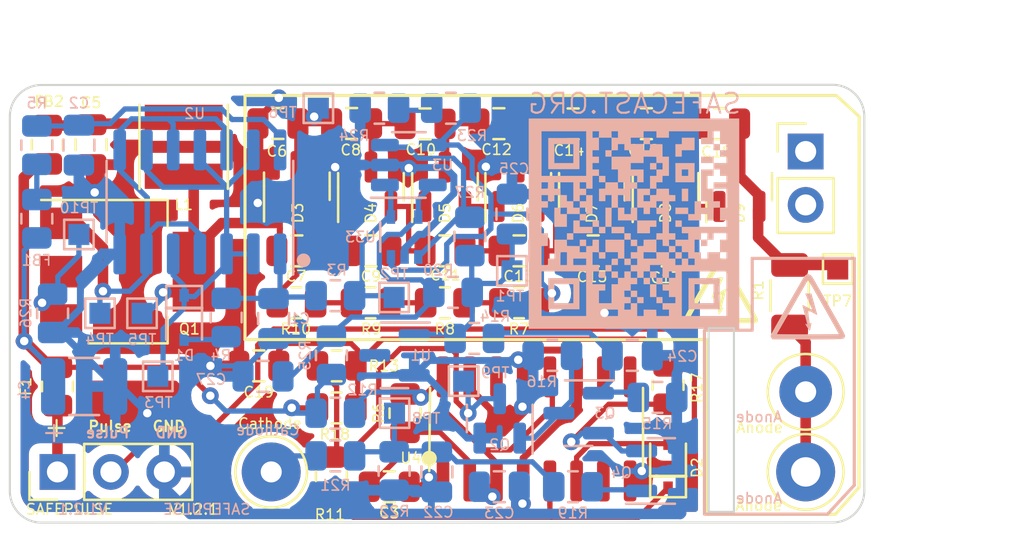
<source format=kicad_pcb>
(kicad_pcb (version 20210228) (generator pcbnew)
  (title_block (title "SafePulse High Voltage Geiger Muller Power Supply") (date "2021-05-11") (rev "V1.2.1d"))
  (layers (0 "F.Cu" signal) (1 "In1.Cu" signal) (2 "In2.Cu" signal) (31 "B.Cu" signal) (34 "B.Paste" user) (35 "F.Paste" user) (36 "B.SilkS" user "B.Silkscreen") (37 "F.SilkS" user "F.Silkscreen") (38 "B.Mask" user) (39 "F.Mask" user) (44 "Edge.Cuts" user))
  (net 0 "")
  (net 1 "Net-(C1-Pad1)")
  (net 2 "Net-(C3-Pad1)")
  (net 3 "GND")
  (net 4 "Net-(C5-Pad1)")
  (net 5 "Net-(C7-Pad1)")
  (net 6 "Net-(C7-Pad2)")
  (net 7 "Net-(C24-Pad1)")
  (net 8 "+3V3")
  (net 9 "Net-(Q2-Pad3)")
  (net 10 "Net-(Q2-Pad1)")
  (net 11 "Net-(C2-Pad1)")
  (net 12 "Net-(D1-Pad1)")
  (net 13 "+1V2")
  (net 14 "Net-(Q1-Pad1)")
  (net 15 "Net-(D1-Pad2)")
  (net 16 "Net-(D2-Pad1)")
  (net 17 "Net-(C22-Pad1)")
  (net 18 "Net-(FB1-Pad2)")
  (net 19 "Net-(H1-Pad1)")
  (net 20 "Net-(H2-Pad1)")
  (net 21 "Net-(R8-Pad2)")
  (net 22 "Net-(C19-Pad1)")
  (net 23 "Net-(D2-Pad2)")
  (net 24 "Net-(F1-Pad1)")
  (net 25 "Net-(R10-Pad2)")
  (net 26 "Net-(C23-Pad1)")
  (net 34 "Net-(Q3-Pad2)")
  (net 35 "Net-(Q4-Pad1)")
  (net 36 "Net-(R7-Pad2)")
  (net 37 "Net-(C27-Pad1)")
  (net 38 "Net-(Q1-Pad3)")
  (net 39 "Net-(R3-Pad2)")
  (net 40 "Net-(C6-Pad2)")
  (net 41 "Net-(C10-Pad1)")
  (net 42 "Net-(C11-Pad1)")
  (net 43 "Net-(C10-Pad2)")
  (net 44 "Net-(C11-Pad2)")
  (net 45 "Net-(C12-Pad2)")
  (net 46 "Net-(C13-Pad2)")
  (net 47 "Net-(C14-Pad2)")
  (net 48 "Net-(C15-Pad2)")
  (net 49 "Net-(C16-Pad2)")
  (net 50 "Net-(C17-Pad2)")
  (net 51 "Net-(C18-Pad2)")
  (net 52 "Net-(R7-Pad1)")
  (net 53 "Net-(R24-Pad1)")
  (net 54 "Net-(R27-Pad2)")
  (footprint "Capacitor_SMD:C_0805_2012Metric" (layer "F.Cu") (at 146.918666 65.05)
    (fp_text reference "C11")
    (fp_text value "0.1uF" hide)
  )
  (footprint "Resistor_SMD:R_0805_2012Metric" (layer "F.Cu") (at 128.5 71.501 90)
    (fp_text reference "F1")
    (fp_text value "Polyfuse" hide)
  )
  (footprint "Connector_PinHeader_2.54mm:PinHeader_1x02_P2.54mm_Vertical" (layer "F.Cu") (at 164.06 60.325)
    (fp_text reference "two_pinheader1" hide)
    (fp_text value "Conn_01x03_Male" hide)
  )
  (footprint "Capacitor_SMD:C_0805_2012Metric" (layer "F.Cu") (at 143.398333 65.05)
    (fp_text reference "C9")
    (fp_text value "0.1uF" hide)
  )
  (footprint "TestPoint:TestPoint_Loop_D3.50mm_Drill1.4mm_Beaded" (layer "F.Cu") (at 164.06 71.755 90)
    (fp_text reference "H2" hide)
    (fp_text value "Anode")
  )
  (footprint "TestPoint:TestPoint_Loop_D3.50mm_Drill1.4mm_Beaded" (layer "F.Cu") (at 164.06 75.565)
    (fp_text reference "H4" hide)
    (fp_text value "Anode")
  )
  (footprint "Package_TO_SOT_SMD:SOT-23" (layer "F.Cu") (at 157.4 62 90)
    (fp_text reference "D8")
    (fp_text value "BAV23S" hide)
  )
  (footprint "Package_TO_SOT_SMD:SOT-23" (layer "F.Cu") (at 143.4 62 90)
    (fp_text reference "D4")
    (fp_text value "BAV23S" hide)
  )
  (footprint "Capacitor_SMD:C_0805_2012Metric" (layer "F.Cu") (at 149.48 59)
    (fp_text reference "C12")
    (fp_text value "0.1uF" hide)
  )
  (footprint "Capacitor_SMD:C_0805_2012Metric" (layer "F.Cu") (at 150.438999 65.05)
    (fp_text reference "C13")
    (fp_text value "0.1uF" hide)
  )
  (footprint "Resistor_SMD:R_0805_2012Metric" (layer "F.Cu") (at 157.52 71.4325 -90)
    (fp_text reference "R17")
    (fp_text value "499k" hide)
  )
  (footprint "Capacitor_SMD:C_0805_2012Metric" (layer "F.Cu") (at 145.97 59.01)
    (fp_text reference "C10")
    (fp_text value "0.1uF" hide)
  )
  (footprint "Package_TO_SOT_SMD:SOT-23" (layer "F.Cu") (at 139.878 61.976 90)
    (fp_text reference "D3")
    (fp_text value "BAV23S" hide)
  )
  (footprint "Resistor_SMD:R_0805_2012Metric" (layer "F.Cu") (at 146.911998 67.52 180)
    (fp_text reference "R8")
    (fp_text value "22M" hide)
  )
  (footprint "Resistor_SMD:R_0805_2012Metric" (layer "F.Cu") (at 128.02 60 90)
    (fp_text reference "FB2")
    (fp_text value "74279220321" hide)
  )
  (footprint "Resistor_SMD:R_0805_2012Metric" (layer "F.Cu") (at 150.438999 67.52 180)
    (fp_text reference "R7")
    (fp_text value "22M" hide)
  )
  (footprint "Resistor_SMD:R_0805_2012Metric" (layer "F.Cu") (at 145.02 72.77 -90)
    (fp_text reference "R6")
    (fp_text value "121k" hide)
  )
  (footprint "Capacitor_SMD:C_0805_2012Metric" (layer "F.Cu") (at 153.959332 65.05)
    (fp_text reference "C15")
    (fp_text value "0.1uF" hide)
  )
  (footprint "Package_TO_SOT_SMD:SOT-23" (layer "F.Cu") (at 150.4 62 90)
    (fp_text reference "D6")
    (fp_text value "BAV23S" hide)
  )
  (footprint "TestPoint:TestPoint_Loop_D2.60mm_Drill1.4mm_Beaded" (layer "F.Cu") (at 138.66 75.565)
    (fp_text reference "H1" hide)
    (fp_text value "Cathode")
  )
  (footprint "Package_TO_SOT_SMD:SOT-23" (layer "F.Cu") (at 153.9 62 90)
    (fp_text reference "D7")
    (fp_text value "BAV23S" hide)
  )
  (footprint "Capacitor_SMD:C_0805_2012Metric" (layer "F.Cu") (at 138.98 58.99)
    (fp_text reference "C6")
    (fp_text value "0.1uF" hide)
  )
  (footprint "Capacitor_SMD:C_0805_2012Metric" (layer "F.Cu") (at 130.1 60 -90)
    (fp_text reference "C5")
    (fp_text value "10uF" hide)
  )
  (footprint "Connector_PinHeader_2.54mm:PinHeader_1x03_P2.54mm_Vertical" (layer "F.Cu") (at 128.5 75.565 90)
    (fp_text reference "J1" hide)
    (fp_text value "Conn_01x03_Male" hide)
  )
  (footprint "Symbol:HV warning" (layer "F.Cu") (at 159.996 66.929)
    (fp_text reference "G3" hide)
    (fp_text value "LOGO" hide)
  )
  (footprint "Resistor_SMD:R_1206_3216Metric" (layer "F.Cu") (at 163.298 67.183 -90)
    (fp_text reference "R1")
    (fp_text value "4.7M" hide)
  )
  (footprint "Capacitor_SMD:C_0805_2012Metric" (layer "F.Cu") (at 157.479665 65.05)
    (fp_text reference "C17")
    (fp_text value "0.1uF" hide)
  )
  (footprint "Resistor_SMD:R_0805_2012Metric" (layer "F.Cu") (at 141.77 72.52 180)
    (fp_text reference "R18")
    (fp_text value "1k" hide)
  )
  (footprint "Capacitor_SMD:C_0805_2012Metric" (layer "F.Cu") (at 139.878 65.05)
    (fp_text reference "C7")
    (fp_text value "0.1uF" hide)
  )
  (footprint "Capacitor_SMD:C_0805_2012Metric" (layer "F.Cu") (at 153.01 59.01)
    (fp_text reference "C14")
    (fp_text value "0.1uF" hide)
  )
  (footprint "Inductor_SMD:L_Taiyo-Yuden_MD-4040" (layer "F.Cu") (at 134.5 60.1 -90)
    (fp_text reference "L1")
    (fp_text value "4.7uH" hide)
  )
  (footprint "Resistor_SMD:R_0805_2012Metric" (layer "F.Cu") (at 141.52 75.77 90)
    (fp_text reference "R11")
    (fp_text value "33k" hide)
  )
  (footprint "Resistor_SMD:R_0805_2012Metric" (layer "F.Cu") (at 139.858 67.52)
    (fp_text reference "R10")
    (fp_text value "22M" hide)
  )
  (footprint "Capacitor_SMD:C_0805_2012Metric" (layer "F.Cu") (at 159.97 59)
    (fp_text reference "C18")
    (fp_text value "0.1uF" hide)
  )
  (footprint "Resistor_SMD:R_0805_2012Metric" (layer "F.Cu") (at 143.384999 67.52 180)
    (fp_text reference "R9")
    (fp_text value "22M" hide)
  )
  (footprint "Resistor_SMD:R_0805_2012Metric" (layer "F.Cu") (at 141.77 70.52 180)
    (fp_text reference "R13")
    (fp_text value "100k" hide)
  )
  (footprint "Capacitor_SMD:C_0805_2012Metric" (layer "F.Cu") (at 156.49 59)
    (fp_text reference "C16")
    (fp_text value "0.1uF" hide)
  )
  (footprint "Symbol:QR_code_SafePulse" (layer "F.Cu") (at 155.9 63.755)
    (fp_text reference "G***" hide)
    (fp_text value "LOGO" hide)
  )
  (footprint "Package_SO:SOIC-16_3.9x9.9mm_P1.27mm" (layer "F.Cu") (at 151.27 73.52 90)
    (fp_text reference "U4")
    (fp_text value "CD14538BM" hide)
  )
  (footprint "Package_TO_SOT_SMD:SOT-223-3_TabPin4" (layer "F.Cu") (at 131.826 66.04)
    (fp_text reference "Q1")
    (fp_text value "FQT7N10L" hide)
  )
  (footprint "Package_TO_SOT_SMD:SOT-23" (layer "F.Cu") (at 160.9 62 90)
    (fp_text reference "D9")
    (fp_text value "BAV23S" hide)
  )
  (footprint "Diode_SMD:D_SOD-323" (layer "F.Cu") (at 157.52 75.27 90)
    (fp_text reference "D2")
    (fp_text value "BAS16J" hide)
  )
  (footprint "TestPoint:TestPoint_Pad_1.0x1.0mm" (layer "F.Cu") (at 165.584 65.913)
    (fp_text reference "TP7")
    (fp_text value "TestPoint" hide)
  )
  (footprint "Capacitor_SMD:C_0805_2012Metric" (layer "F.Cu") (at 138.07 70.52 180)
    (fp_text reference "C19")
    (fp_text value "10uF" hide)
  )
  (footprint "Capacitor_SMD:C_0805_2012Metric" (layer "F.Cu") (at 142.48 58.99)
    (fp_text reference "C8")
    (fp_text value "0.1uF" hide)
  )
  (footprint "Package_TO_SOT_SMD:SOT-23" (layer "F.Cu") (at 146.918666 62 90)
    (fp_text reference "D5")
    (fp_text value "BAV23S" hide)
  )
  (footprint "Capacitor_SMD:C_0805_2012Metric" (layer "F.Cu") (at 144.27 76.27)
    (fp_text reference "C3")
    (fp_text value "1nF" hide)
  )
  (footprint "TestPoint:TestPoint_Pad_1.0x1.0mm" (layer "B.Cu") (at 132.52 68.02 180)
    (fp_text reference "TP5")
    (fp_text value "TestPoint" hide)
  )
  (footprint "Resistor_SMD:R_0805_2012Metric" (layer "B.Cu") (at 141.708 74.803)
    (fp_text reference "R21")
    (fp_text value "47k" hide)
  )
  (footprint "TestPoint:TestPoint_Pad_1.0x1.0mm" (layer "B.Cu") (at 150.1 66 180)
    (fp_text reference "TP1")
    (fp_text value "TestPoint" hide)
  )
  (footprint "Resistor_SMD:R_0805_2012Metric" (layer "B.Cu") (at 141.708 72.771)
    (fp_text reference "R12")
    (fp_text value "100" hide)
  )
  (footprint "Package_TO_SOT_SMD:SOT-23" (layer "B.Cu") (at 153.27 72.77 180)
    (fp_text reference "Q3")
    (fp_text value "MMBT3906" hide)
  )
  (footprint "TestPoint:TestPoint_Pad_1.0x1.0mm" (layer "B.Cu") (at 140.9 58.265 180)
    (fp_text reference "TP6")
    (fp_text value "TestPoint" hide)
  )
  (footprint "Resistor_SMD:R_0805_2012Metric" (layer "B.Cu") (at 143.8 58.265 180)
    (fp_text reference "R24")
    (fp_text value "33k" hide)
  )
  (footprint "Capacitor_SMD:C_0805_2012Metric" (layer "B.Cu") (at 149.5 76.27)
    (fp_text reference "C23")
    (fp_text value "10uF" hide)
  )
  (footprint "Capacitor_SMD:C_0805_2012Metric" (layer "B.Cu") (at 129.52 60.02 -90)
    (fp_text reference "C2")
    (fp_text value "10uF" hide)
  )
  (footprint "TestPoint:TestPoint_Pad_1.0x1.0mm" (layer "B.Cu") (at 133.27 71.02 180)
    (fp_text reference "TP3")
    (fp_text value "TestPoint" hide)
  )
  (footprint "Capacitor_SMD:C_0805_2012Metric" (layer "B.Cu") (at 155.82 70.02)
    (fp_text reference "C24")
    (fp_text value "10nF" hide)
  )
  (footprint "Resistor_SMD:R_0805_2012Metric" (layer "B.Cu") (at 141.52 70.02 90)
    (fp_text reference "R25")
    (fp_text value "100" hide)
  )
  (footprint "Resistor_SMD:R_0805_2012Metric" (layer "B.Cu") (at 144.502 75.52 -90)
    (fp_text reference "R22")
    (fp_text value "20k" hide)
  )
  (footprint "Diode_SMD:D_SOD-323" (layer "B.Cu") (at 134.52 68.22 -90)
    (fp_text reference "D1")
    (fp_text value "BAS16J" hide)
  )
  (footprint "Resistor_SMD:R_0805_2012Metric" (layer "B.Cu") (at 127.52 60.02 -90)
    (fp_text reference "R5")
    (fp_text value "100" hide)
  )
  (footprint "Package_TO_SOT_SMD:SOT-23-5" (layer "B.Cu") (at 145.2 60.965)
    (fp_text reference "U3")
    (fp_text value "TLV27L1IDBVT" hide)
  )
  (footprint "Capacitor_SMD:C_0805_2012Metric" (layer "B.Cu") (at 146.534 75.565 -90)
    (fp_text reference "C22")
    (fp_text value "390pF" hide)
  )
  (footprint "Package_TO_SOT_SMD:SOT-23" (layer "B.Cu") (at 157.2 75.52)
    (fp_text reference "Q4")
    (fp_text value "MMBT3906" hide)
  )
  (footprint "Resistor_SMD:R_0805_2012Metric" (layer "B.Cu") (at 147.3 67.024)
    (fp_text reference "R20")
    (fp_text value "118K" hide)
  )
  (footprint "Package_TO_SOT_SMD:SOT-23" (layer "B.Cu") (at 149.52 73.02 90)
    (fp_text reference "Q2")
    (fp_text value "BC846A" hide)
  )
  (footprint "Symbol:HV warning" (layer "B.Cu") (at 164.2 67.7 180)
    (fp_text reference "G2" hide)
    (fp_text value "LOGO" hide)
  )
  (footprint "TestPoint:TestPoint_Pad_1.0x1.0mm" (layer "B.Cu") (at 129.52 64.27 180)
    (fp_text reference "TP10")
    (fp_text value "TestPoint" hide)
  )
  (footprint "Resistor_SMD:R_0805_2012Metric" (layer "B.Cu") (at 147.2 58.265 180)
    (fp_text reference "R23")
    (fp_text value "1.54M" hide)
  )
  (footprint "Capacitor_SMD:C_0805_2012Metric" (layer "B.Cu") (at 138.77 68.27 -90)
    (fp_text reference "C1")
    (fp_text value "150pF" hide)
  )
  (footprint "Resistor_SMD:R_0805_2012Metric" (layer "B.Cu") (at 148.312 69.215)
    (fp_text reference "R14")
    (fp_text value "357k" hide)
  )
  (footprint "TestPoint:TestPoint_Pad_1.0x1.0mm" (layer "B.Cu") (at 144.5 67.265 180)
    (fp_text reference "TP2")
    (fp_text value "TestPoint" hide)
  )
  (footprint "TestPoint:TestPoint_Pad_1.0x1.0mm" (layer "B.Cu") (at 144.52 72.77 180)
    (fp_text reference "TP8")
    (fp_text value "TestPoint" hide)
  )
  (footprint "TestPoint:TestPoint_Pad_1.0x1.0mm" (layer "B.Cu") (at 147.804 71.247 180)
    (fp_text reference "TP9")
    (fp_text value "TestPoint" hide)
  )
  (footprint "Package_SO:SOIC-14_3.9x8.7mm_P1.27mm" (layer "B.Cu") (at 135.27 62.72 90)
    (fp_text reference "U2")
    (fp_text value "74HC14" hide)
  )
  (footprint "Resistor_SMD:R_0805_2012Metric" (layer "B.Cu") (at 128.27 68.02 -90)
    (fp_text reference "R26")
    (fp_text value "0.1E" hide)
  )
  (footprint "Capacitor_SMD:C_0805_2012Metric" (layer "B.Cu") (at 138.27 71.02 180)
    (fp_text reference "C27")
    (fp_text value "10uF" hide)
  )
  (footprint "Resistor_SMD:R_0805_2012Metric" (layer "B.Cu") (at 141.708 67.183)
    (fp_text reference "R3")
    (fp_text value "100K" hide)
  )
  (footprint "Resistor_SMD:R_0805_2012Metric" (layer "B.Cu") (at 136.52 68.22 -90)
    (fp_text reference "R4")
    (fp_text value "10K" hide)
  )
  (footprint "Resistor_SMD:R_0805_2012Metric" (layer "B.Cu") (at 157.02 72.02)
    (fp_text reference "R15")
    (fp_text value "392k" hide)
  )
  (footprint "TestPoint:TestPoint_Pad_1.0x1.0mm" (layer "B.Cu") (at 130.52 68.02 180)
    (fp_text reference "TP4")
    (fp_text value "TestPoint" hide)
  )
  (footprint "Package_TO_SOT_SMD:SOT-23" (layer "B.Cu") (at 144.52 70.02 180)
    (fp_text reference "U1")
    (fp_text value "TS4061AILT-1.25" hide)
  )
  (footprint "Resistor_SMD:R_0805_2012Metric" (layer "B.Cu") (at 152.02 70.02 180)
    (fp_text reference "R16")
    (fp_text value "1M" hide)
  )
  (footprint "Capacitor_SMD:C_0805_2012Metric" (layer "B.Cu") (at 150.1 63.3 90)
    (fp_text reference "C25")
    (fp_text value "10nF" hide)
  )
  (footprint "Resistor_SMD:R_0805_2012Metric" (layer "B.Cu") (at 127.52 63.52 90)
    (fp_text reference "FB1")
    (fp_text value "74279220321" hide)
  )
  (footprint "Resistor_SMD:R_0805_2012Metric" (layer "B.Cu") (at 148.1 64.365 90)
    (fp_text reference "R27")
    (fp_text value "1.54M" hide)
  )
  (footprint "Capacitor_SMD:C_1210_3225Metric" (layer "B.Cu") (at 129.77 71.501)
    (fp_text reference "C4")
    (fp_text value "47uF" hide)
  )
  (footprint "Resistor_SMD:R_0805_2012Metric" (layer "B.Cu") (at 153 76.27 180)
    (fp_text reference "R19")
    (fp_text value "100k" hide)
  )
  (footprint "Package_TO_SOT_SMD:SOT-353_SC-70-5" (layer "B.Cu") (at 145 64.389 90)
    (fp_text reference "U33")
    (fp_text value "MAX9910EXK+T" hide)
  )
  (gr_line (start 159.27 77.575) (end 165.1 77.575) (layer "B.SilkS") (width 0.15))
  (gr_line (start 166.37 76.2) (end 165.1 77.575) (layer "B.SilkS") (width 0.15))
  (gr_line (start 159.27 68.825) (end 161.495 68.825) (layer "B.SilkS") (width 0.15))
  (gr_line (start 161.52 65.405) (end 166.37 65.405) (layer "B.SilkS") (width 0.15))
  (gr_line (start 133.67 67.77) (end 135.37 67.77) (layer "B.SilkS") (width 0.15))
  (gr_line (start 166.37 65.405) (end 166.37 76.2) (layer "B.SilkS") (width 0.15))
  (gr_line (start 159.25 68.835) (end 159.25 77.575) (layer "B.SilkS") (width 0.15))
  (gr_circle (center 140.2 65.5) (end 139.95 65.5) (layer "B.SilkS") (width 0.15) (fill solid))
  (gr_line (start 161.52 68.825) (end 161.52 65.405) (layer "B.SilkS") (width 0.15))
  (gr_line (start 137.414 69.27) (end 159.4 69.27) (layer "F.SilkS") (width 0.15))
  (gr_line (start 158.37 75.77) (end 156.67 75.77) (layer "F.SilkS") (width 0.15))
  (gr_line (start 159.4 69.27) (end 159.4 77.57) (layer "F.SilkS") (width 0.15))
  (gr_line (start 159.4 77.585) (end 165.471 77.580787) (layer "F.SilkS") (width 0.15))
  (gr_line (start 137.414 69.27) (end 137.414 57.658) (layer "F.SilkS") (width 0.15))
  (gr_line (start 166.597 76.3) (end 165.471 77.580787) (layer "F.SilkS") (width 0.15))
  (gr_line (start 166.604 58.658) (end 166.597 76.3) (layer "F.SilkS") (width 0.15))
  (gr_line (start 165.52 57.658) (end 137.414 57.658) (layer "F.SilkS") (width 0.15))
  (gr_line (start 165.52 57.658) (end 166.604 58.658) (layer "F.SilkS") (width 0.15))
  (gr_arc (start 165.347 76.47) (end 166.847 76.47) (angle 90) (layer "Edge.Cuts") (width 0.1))
  (gr_line (start 165.347 77.97) (end 127.738 77.978) (layer "Edge.Cuts") (width 0.1))
  (gr_line (start 166.847 58.65) (end 166.847 76.47) (layer "Edge.Cuts") (width 0.1))
  (gr_arc (start 165.347 58.65) (end 165.347 57.15) (angle 90) (layer "Edge.Cuts") (width 0.1))
  (gr_rect (start 159.45 68.725) (end 160.65 77.465) (layer "Edge.Cuts") (width 0.1) (fill none))
  (gr_arc (start 127.738 76.478) (end 127.738 77.978) (angle 90) (layer "Edge.Cuts") (width 0.1))
  (gr_line (start 127.738 57.158) (end 165.347 57.15) (layer "Edge.Cuts") (width 0.1))
  (gr_line (start 126.238 76.478) (end 126.238 58.658) (layer "Edge.Cuts") (width 0.1))
  (gr_arc (start 127.738 58.658) (end 126.238 58.658) (angle 90) (layer "Edge.Cuts") (width 0.1))
  (gr_text "GND\n" (at 133.925 73.7) (layer "B.SilkS") (effects (font (size 0.5 0.5) (thickness 0.1)) (justify mirror)))
  (gr_text "SAFECAST.ORG" (at 155.93 58.045) (layer "B.SilkS") (effects (font (size 0.95 0.95) (thickness 0.1)) (justify mirror)))
  (gr_text "+" (at 128.341 73.64) (layer "B.SilkS") (effects (font (size 1 1) (thickness 0.1)) (justify mirror)))
  (gr_text "SAFEPULSE       V1.2.1\n" (at 133.096 77.343) (layer "B.SilkS") (effects (font (size 0.5 0.5) (thickness 0.075)) (justify mirror)))
  (gr_text "Pulse" (at 130.881 73.7) (layer "B.SilkS") (effects (font (size 0.5 0.5) (thickness 0.1)) (justify mirror)))
  (gr_text "SAFEPULSE       V1.2.1\n" (at 131.572 77.343) (layer "F.SilkS") (effects (font (size 0.5 0.5) (thickness 0.075))))
  (gr_text "+" (at 128.46 73.4) (layer "F.SilkS") (effects (font (size 1 1) (thickness 0.1))))
  (gr_text "Pulse" (at 131 73.4) (layer "F.SilkS") (effects (font (size 0.5 0.5) (thickness 0.1))))
  (gr_text "GND\n" (at 133.794 73.4) (layer "F.SilkS") (effects (font (size 0.5 0.5) (thickness 0.1))))
  (segment (start 138.77 67.32) (end 138.845 67.245) (width 0.25) (layer "B.Cu") (net 1))
  (segment (start 138.758 67.3075) (end 138.77 67.32) (width 0.25) (layer "B.Cu") (net 1))
  (segment (start 139.08 65.195) (end 139.08 67.01) (width 0.25) (layer "B.Cu") (net 1))
  (segment (start 139.08 67.01) (end 138.77 67.32) (width 0.25) (layer "B.Cu") (net 1))
  (segment (start 138.845 67.245) (end 140.3825 67.245) (width 0.25) (layer "B.Cu") (net 1))
  (segment (start 136.52 67.3075) (end 138.758 67.3075) (width 0.25) (layer "B.Cu") (net 1))
  (segment (start 143.32 76.27) (end 145.02 74.57) (width 0.25) (layer "F.Cu") (net 2))
  (segment (start 148.095 75.095) (end 146.6825 73.6825) (width 0.25) (layer "F.Cu") (net 2))
  (segment (start 148.095 76.695) (end 148.095 75.995) (width 0.25) (layer "F.Cu") (net 2))
  (segment (start 145.02 74.57) (end 145.02 73.6825) (width 0.25) (layer "F.Cu") (net 2))
  (segment (start 148.095 75.995) (end 148.095 75.095) (width 0.25) (layer "F.Cu") (net 2))
  (segment (start 146.6825 73.6825) (end 145.02 73.6825) (width 0.25) (layer "F.Cu") (net 2))
  (segment (start 150.6 72.465) (end 150.045 73.02) (width 0.3302) (layer "F.Cu") (net 3))
  (segment (start 153.175 71.045) (end 153.175 72.365) (width 0.3302) (layer "F.Cu") (net 3))
  (segment (start 150.635 74.905) (end 150.635 75.995) (width 0.3302) (layer "F.Cu") (net 3))
  (segment (start 130.5 62.04) (end 130.27 62.27) (width 0.5) (layer "F.Cu") (net 3))
  (segment (start 130.5 60.95) (end 130.5 62.04) (width 0.5) (layer "F.Cu") (net 3))
  (segment (start 155.795 75.995) (end 155.715 75.995) (width 0.3302) (layer "F.Cu") (net 3))
  (segment (start 146.825 76.467) (end 146.825 75.995) (width 0.3302) (layer "F.Cu") (net 3))
  (segment (start 146.495 75.995) (end 146.825 75.995) (width 0.3302) (layer "F.Cu") (net 3))
  (segment (start 148.095 71.595) (end 148.095 71.045) (width 0.3302) (layer "F.Cu") (net 3))
  (segment (start 156.27 75.52) (end 155.795 75.995) (width 0.3302) (layer "F.Cu") (net 3))
  (segment (start 135.77 70.52) (end 137.12 70.52) (width 0.3302) (layer "F.Cu") (net 3))
  (segment (start 138.02 59.03) (end 138.05 59) (width 0.3302) (layer "F.Cu") (net 3))
  (segment (start 151 69.77) (end 152.83 69.77) (width 0.3302) (layer "F.Cu") (net 3))
  (segment (start 149.52 73.02) (end 148.095 71.595) (width 0.3302) (layer "F.Cu") (net 3))
  (segment (start 145.77 76.27) (end 146.27 75.77) (width 0.3302) (layer "F.Cu") (net 3))
  (segment (start 146.27 75.77) (end 146.495 75.995) (width 0.3302) (layer "F.Cu") (net 3))
  (segment (start 150.52 75.88) (end 150.635 75.995) (width 0.3302) (layer "F.Cu") (net 3))
  (segment (start 138.05 59) (end 138.05 58.65) (width 0.3302) (layer "F.Cu") (net 3))
  (segment (start 152.83 69.77) (end 153.175 70.115) (width 0.3302) (layer "F.Cu") (net 3))
  (segment (start 138.05 58.74) (end 139.02 57.77) (width 0.3302) (layer "F.Cu") (net 3))
  (segment (start 138.02 62.77) (end 138.02 59.03) (width 0.3302) (layer "F.Cu") (net 3))
  (segment (start 138.05 59) (end 138.05 58.74) (width 0.3302) (layer "F.Cu") (net 3))
  (segment (start 150.635 70.135) (end 151 69.77) (width 0.3302) (layer "F.Cu") (net 3))
  (segment (start 145.22 76.27) (end 145.77 76.27) (width 0.3302) (layer "F.Cu") (net 3))
  (segment (start 153.175 70.115) (end 153.175 71.045) (width 0.3302) (layer "F.Cu") (net 3))
  (segment (start 150.045 73.02) (end 149.52 73.02) (width 0.3302) (layer "F.Cu") (net 3))
  (segment (start 153.175 72.365) (end 150.635 74.905) (width 0.3302) (layer "F.Cu") (net 3))
  (segment (start 150.635 71.045) (end 150.635 70.135) (width 0.3302) (layer "F.Cu") (net 3))
  (via (at 145.2 61.113817) (size 0.8) (drill 0.4) (layers "F.Cu" "B.Cu") (net 3))
  (via (at 154.5 68) (size 0.8) (drill 0.4) (layers "F.Cu" "B.Cu") (net 3))
  (via (at 146.153 75.819) (size 0.8) (drill 0.4) (layers "F.Cu" "B.Cu") (net 3))
  (via (at 150.4 70.231) (size 0.8) (drill 0.4) (layers "F.Cu" "B.Cu") (net 3))
  (via (at 150.6 77.0725) (size 0.8) (drill 0.4) (layers "F.Cu" "B.Cu") (net 3))
  (via (at 132.77 72.77) (size 0.8) (drill 0.4) (layers "F.Cu" "B.Cu") (net 3))
  (via (at 141.7 61.065) (size 0.8) (drill 0.4) (layers "F.Cu" "B.Cu") (net 3))
  (via (at 148.861441 61.04987) (size 0.8) (drill 0.4) (layers "F.Cu" "B.Cu") (net 3))
  (via (at 138.02 62.77) (size 0.8) (drill 0.4) (layers "F.Cu" "B.Cu") (net 3))
  (via (at 156.27 75.52) (size 0.8) (drill 0.4) (layers "F.Cu" "B.Cu") (net 3))
  (via (at 150.6 72.465) (size 0.8) (drill 0.4) (layers "F.Cu" "B.Cu") (net 3))
  (via (at 135.77 70.52) (size 0.8) (drill 0.4) (layers "F.Cu" "B.Cu") (net 3))
  (via (at 130.27 62.27) (size 0.8) (drill 0.4) (layers "F.Cu" "B.Cu") (net 3))
  (via (at 139.02 57.77) (size 0.8) (drill 0.4) (layers "F.Cu" "B.Cu") (net 3))
  (segment (start 150.6 72.465) (end 150.4 72.665) (width 0.3302) (layer "B.Cu") (net 3))
  (segment (start 158.1375 77.5165) (end 158.141 77.52) (width 0.3302) (layer "B.Cu") (net 3))
  (segment (start 130.27 62.27) (end 129.52 61.52) (width 0.3302) (layer "B.Cu") (net 3))
  (segment (start 139.02 57.77) (end 139.25 58) (width 0.3302) (layer "B.Cu") (net 3))
  (segment (start 128.4525 68.9325) (end 128.27 68.9325) (width 0.3302) (layer "B.Cu") (net 3))
  (segment (start 131.318 70.612) (end 131.318 70.568) (width 0.25) (layer "B.Cu") (net 3))
  (segment (start 146.88 72.855) (end 147.9825 73.9575) (width 0.3302) (layer "B.Cu") (net 3))
  (segment (start 131.318 71.3415) (end 131.342 71.3415) (width 0.25) (layer "B.Cu") (net 3))
  (segment (start 137.52 70.52) (end 135.77 70.52) (width 0.25) (layer "B.Cu") (net 3))
  (segment (start 146.27 76.47) (end 146.27 77.52) (width 0.3302) (layer "B.Cu") (net 3))
  (segment (start 131.46 65.195) (end 131.46 63.465) (width 0.3302) (layer "B.Cu") (net 3))
  (segment (start 147.9825 73.9575) (end 148.57 73.9575) (width 0.3302) (layer "B.Cu") (net 3))
  (segment (start 131.46 65.195) (end 131.2 65.195) (width 0.3302) (layer "B.Cu") (net 3))
  (segment (start 146.6 63.065) (end 146.6 63.565) (width 0.3302) (layer "B.Cu") (net 3))
  (segment (start 150.08338 70.20662) (end 150.025 70.265) (width 0.3302) (layer "B.Cu") (net 3))
  (segment (start 131.501 71.501) (end 132.77 72.77) (width 0.3302) (layer "B.Cu") (net 3))
  (segment (start 133.58 75.565) (end 133.58 76.33) (width 0.3302) (layer "B.Cu") (net 3))
  (segment (start 144.0625 60.965) (end 145.051183 60.965) (width 0.3302) (layer "B.Cu") (net 3))
  (segment (start 156.27 75.52) (end 157.4575 75.52) (width 0.3302) (layer "B.Cu") (net 3))
  (segment (start 146.6 63.565) (end 145.9 64.265) (width 0.3302) (layer "B.Cu") (net 3))
  (segment (start 150.22 76.27) (end 150.22 77.47) (width 0.3302) (layer "B.Cu") (net 3))
  (segment (start 129.52 61.52) (end 129.52 60.97) (width 0.3302) (layer "B.Cu") (net 3))
  (segment (start 132.77 72.77) (end 133.52 72.77) (width 0.3302) (layer "B.Cu") (net 3))
  (segment (start 157.9325 72.02) (end 157.9325 75.315) (width 0.5) (layer "B.Cu") (net 3))
  (segment (start 144.27 76.4325) (end 144.27 77.52) (width 0.3302) (layer "B.Cu") (net 3))
  (segment (start 138.77 69.22) (end 138.77 69.27) (width 0.25) (layer "B.Cu") (net 3))
  (segment (start 131.46 63.465) (end 130.27 62.275) (width 0.3302) (layer "B.Cu") (net 3))
  (segment (start 133.58 73.58) (end 132.77 72.77) (width 0.3302) (layer "B.Cu") (net 3))
  (segment (start 146.1625 70.265) (end 145.4575 70.97) (width 0.3302) (layer "B.Cu") (net 3))
  (segment (start 145 64.9391) (end 145 65.339) (width 0.3302) (layer "B.Cu") (net 3))
  (segment (start 128.6765 68.9325) (end 128.27 68.9325) (width 0.3302) (layer "B.Cu") (net 3))
  (segment (start 145.226817 61.087) (end 146.932 61.087) (width 0.3302) (layer "B.Cu") (net 3))
  (segment (start 145.4575 70.97) (end 145.4575 70.8325) (width 0.3302) (layer "B.Cu") (net 3))
  (segment (start 145.051183 60.965) (end 145.2 61.113817) (width 0.3302) (layer "B.Cu") (net 3))
  (segment (start 158.096 77.565) (end 158.141 77.52) (width 0.5) (layer "B.Cu") (net 3))
  (segment (start 146.932 61.087) (end 147.34 61.495) (width 0.3302) (layer "B.Cu") (net 3))
  (segment (start 131.245 71.501) (end 128.6765 68.9325) (width 0.3302) (layer "B.Cu") (net 3))
  (segment (start 138.77 69.22) (end 138.57 69.22) (width 0.25) (layer "B.Cu") (net 3))
  (segment (start 131.2 65.195) (end 129.59 66.805) (width 0.3302) (layer "B.Cu") (net 3))
  (segment (start 138.77 69.27) (end 137.52 70.52) (width 0.25) (layer "B.Cu") (net 3))
  (segment (start 147.34 61.495) (end 147.34 62.325) (width 0.3302) (layer "B.Cu") (net 3))
  (segment (start 129.59 67.795) (end 128.4525 68.9325) (width 0.3302) (layer "B.Cu") (net 3))
  (segment (start 133.58 75.565) (end 133.58 73.58) (width 0.3302) (layer "B.Cu") (net 3))
  (segment (start 138.09 62.7) (end 138.02 62.77) (width 0.3302) (layer "B.Cu") (net 3))
  (segment (start 133.52 72.77) (end 135.77 70.52) (width 0.3302) (layer "B.Cu") (net 3))
  (segment (start 129.59 66.805) (end 129.59 67.795) (width 0.3302) (layer "B.Cu") (net 3))
  (segment (start 157.9325 75.315) (end 158.1375 75.52) (width 0.3302) (layer "B.Cu") (net 3))
  (segment (start 145.9 64.265) (end 145.6741 64.265) (width 0.3302) (layer "B.Cu") (net 3))
  (segment (start 131.318 70.568) (end 131.318 70.612) (width 0.25) (layer "B.Cu") (net 3))
  (segment (start 146.27 75.77) (end 146.27 76.47) (width 0.3302) (layer "B.Cu") (net 3))
  (segment (start 145.4575 70.97) (end 146.005 70.97) (width 0.3302) (layer "B.Cu") (net 3))
  (segment (start 131.318 71.3415) (end 131.318 70.612) (width 0.25) (layer "B.Cu") (net 3))
  (segment (start 134.815 77.565) (end 158.096 77.565) (width 0.5) (layer "B.Cu") (net 3))
  (segment (start 130.27 62.275) (end 130.27 62.27) (width 0.3302) (layer "B.Cu") (net 3))
  (segment (start 150.025 70.265) (end 146.1625 70.265) (width 0.3302) (layer "B.Cu") (net 3))
  (segment (start 131.245 71.501) (end 131.501 71.501) (width 0.3302) (layer "B.Cu") (net 3))
  (segment (start 131.318 72.068) (end 131.318 71.3415) (width 0.5) (layer "B.Cu") (net 3))
  (segment (start 146.88 71.845) (end 146.88 72.855) (width 0.3302) (layer "B.Cu") (net 3))
  (segment (start 158.1375 75.52) (end 158.1375 77.5165) (width 0.5) (layer "B.Cu") (net 3))
  (segment (start 133.58 76.33) (end 134.815 77.565) (width 0.5) (layer "B.Cu") (net 3))
  (segment (start 145.6741 64.265) (end 145 64.9391) (width 0.3302) (layer "B.Cu") (net 3))
  (segment (start 145.2 61.113817) (end 145.226817 61.087) (width 0.3302) (layer "B.Cu") (net 3))
  (segment (start 150.4 72.665) (end 150.393382 72.665) (width 0.3302) (layer "B.Cu") (net 3))
  (segment (start 151.02 69.4794) (end 151.02 70.569) (width 0.25) (layer "B.Cu") (net 3))
  (segment (start 147.34 62.325) (end 146.6 63.065) (width 0.3302) (layer "B.Cu") (net 3))
  (segment (start 146.005 70.97) (end 146.88 71.845) (width 0.3302) (layer "B.Cu") (net 3))
  (segment (start 133.8 59) (end 133.9 58.9) (width 0.5) (layer "F.Cu") (net 4))
  (segment (start 130.5 59.25) (end 130.75 59) (width 0.5) (layer "F.Cu") (net 4))
  (segment (start 130.462 59.0875) (end 130.5 59.05) (width 0.25) (layer "F.Cu") (net 4))
  (segment (start 130.5 59.05) (end 130.5 59.25) (width 0.5) (layer "F.Cu") (net 4))
  (segment (start 130.75 59) (end 133.8 59) (width 0.5) (layer "F.Cu") (net 4))
  (segment (start 128 59.0875) (end 130.462 59.0875) (width 0.5) (layer "F.Cu") (net 4))
  (segment (start 134.05 59.05) (end 134.5 58.6) (width 0.25) (layer "F.Cu") (net 4))
  (segment (start 134.976 64.064) (end 134.976 61.876) (width 0.5) (layer "F.Cu") (net 5))
  (segment (start 134.568 61.468) (end 134.5 61.4) (width 0.25) (layer "F.Cu") (net 5))
  (segment (start 139.05 64.03) (end 139.05 65) (width 0.25) (layer "F.Cu") (net 5))
  (segment (start 139.088 63.656) (end 139.088 63.992) (width 0.25) (layer "F.Cu") (net 5))
  (segment (start 134.976 66.04) (end 134.976 64.064) (width 0.5) (layer "F.Cu") (net 5))
  (segment (start 134.5 61.4) (end 134.609 61.4) (width 0.25) (layer "F.Cu") (net 5))
  (segment (start 138.873 63.726) (end 138.943 63.656) (width 0.25) (layer "F.Cu") (net 5))
  (segment (start 136.314 63.726) (end 134.976 65.064) (width 0.5) (layer "F.Cu") (net 5))
  (segment (start 133.4 61.4) (end 134.5 61.4) (width 0.25) (layer "F.Cu") (net 5))
  (segment (start 134.976 64.064) (end 134.976 66.04) (width 0.25) (layer "F.Cu") (net 5))
  (segment (start 138.873 63.726) (end 136.314 63.726) (width 0.5) (layer "F.Cu") (net 5))
  (segment (start 139.088 63.992) (end 139.05 64.03) (width 0.25) (layer "F.Cu") (net 5))
  (segment (start 133.52 67.02) (end 133.996 67.02) (width 0.5) (layer "F.Cu") (net 5))
  (segment (start 139.004 63.5954) (end 139.004 62.9135) (width 0.25) (layer "F.Cu") (net 5))
  (segment (start 138.943 63.656) (end 139.088 63.656) (width 0.25) (layer "F.Cu") (net 5))
  (segment (start 139.088 63.992) (end 139.088 64.328) (width 0.25) (layer "F.Cu") (net 5))
  (segment (start 138.943 63.656) (end 139.004 63.5954) (width 0.25) (layer "F.Cu") (net 5))
  (segment (start 134.568 61.468) (end 134.5 61.4) (width 0.25) (layer "F.Cu") (net 5))
  (segment (start 134.976 61.876) (end 134.568 61.468) (width 0.25) (layer "F.Cu") (net 5))
  (segment (start 134.976 65.064) (end 134.976 66.04) (width 0.5) (layer "F.Cu") (net 5))
  (via (at 133.52 67.02) (size 0.8) (drill 0.4) (layers "F.Cu" "B.Cu") (net 5))
  (segment (start 133.52 67.27) (end 133.52 67.02) (width 0.25) (layer "B.Cu") (net 5))
  (segment (start 132.52 68.27) (end 133.52 67.27) (width 0.25) (layer "B.Cu") (net 5))
  (segment (start 141.6295 65.0275) (end 141.607 65.05) (width 0.25) (layer "F.Cu") (net 6))
  (segment (start 142.448333 65.05) (end 141.607 65.05) (width 0.25) (layer "F.Cu") (net 6))
  (segment (start 141.6295 62.9135) (end 142.424333 62.9135) (width 0.25) (layer "F.Cu") (net 6))
  (segment (start 141.607 65.05) (end 140.828 65.05) (width 0.25) (layer "F.Cu") (net 6))
  (segment (start 142.628 62.859) (end 142.55 62.9375) (width 0.25) (layer "F.Cu") (net 6))
  (segment (start 141.6295 62.9135) (end 141.6295 65.0275) (width 0.25) (layer "F.Cu") (net 6))
  (segment (start 140.828 62.9135) (end 141.6295 62.9135) (width 0.25) (layer "F.Cu") (net 6))
  (segment (start 142.526 62.9135) (end 142.55 62.9375) (width 0.25) (layer "F.Cu") (net 6))
  (segment (start 142.424333 62.9135) (end 142.448333 62.9375) (width 0.25) (layer "F.Cu") (net 6))
  (segment (start 156.1075 72.02) (end 155.8575 71.77) (width 0.25) (layer "B.Cu") (net 7))
  (segment (start 154.87 70.02) (end 153.805 68.955) (width 0.25) (layer "B.Cu") (net 7))
  (segment (start 149.4845 68.955) (end 149.2245 69.215) (width 0.25) (layer "B.Cu") (net 7))
  (segment (start 155.8575 71.77) (end 154.2575 71.77) (width 0.25) (layer "B.Cu") (net 7))
  (segment (start 154.87 70.02) (end 154.87 71.1575) (width 0.25) (layer "B.Cu") (net 7))
  (segment (start 153.805 68.955) (end 149.4845 68.955) (width 0.25) (layer "B.Cu") (net 7))
  (segment (start 154.2575 71.77) (end 154.2075 71.82) (width 0.25) (layer "B.Cu") (net 7))
  (segment (start 154.87 71.1575) (end 154.2075 71.82) (width 0.25) (layer "B.Cu") (net 7))
  (segment (start 154.87 70.02) (end 154.77 70.02) (width 0.25) (layer "B.Cu") (net 7))
  (segment (start 154.3075 71.92) (end 154.2075 71.82) (width 0.25) (layer "B.Cu") (net 7))
  (segment (start 154.308 71.92) (end 154.3075 71.92) (width 0.25) (layer "B.Cu") (net 7))
  (segment (start 154.308 71.92) (end 154.208 71.82) (width 0.25) (layer "B.Cu") (net 7))
  (segment (start 156.108 72.02) (end 156.1075 72.02) (width 0.25) (layer "B.Cu") (net 7))
  (segment (start 126.9 61.556) (end 127.5235 60.9325) (width 0.5) (layer "F.Cu") (net 8))
  (segment (start 134.4121 70.5885) (end 128.5 70.5885) (width 0.25) (layer "F.Cu") (net 8))
  (segment (start 127.5235 60.9325) (end 128.02 60.9325) (width 0.5) (layer "F.Cu") (net 8))
  (segment (start 128 60.9125) (end 127.391 60.9125) (width 0.25) (layer "F.Cu") (net 8))
  (segment (start 139.6345 72.517) (end 139.6375 72.52) (width 0.25) (layer "F.Cu") (net 8))
  (segment (start 139.6375 72.52) (end 140.9455 72.52) (width 0.25) (layer "F.Cu") (net 8))
  (segment (start 126.756 69.3424) (end 126.9 69.1984) (width 0.5) (layer "F.Cu") (net 8))
  (segment (start 128.499 70.5875) (end 128.5 70.5885) (width 0.25) (layer "F.Cu") (net 8))
  (segment (start 128.412 70.5) (end 128.1 70.5) (width 0.5) (layer "F.Cu") (net 8))
  (segment (start 128.151 70.5875) (end 128.499 70.5875) (width 0.25) (layer "F.Cu") (net 8))
  (segment (start 128.5 70.5875) (end 128.412 70.5) (width 0.25) (layer "F.Cu") (net 8))
  (segment (start 126.9209 69.3424) (end 126.756 69.3424) (width 0.25) (layer "F.Cu") (net 8))
  (segment (start 135.7647 71.9411) (end 134.4121 70.5885) (width 0.25) (layer "F.Cu") (net 8))
  (segment (start 128.1 70.5) (end 126.9424 69.3424) (width 0.5) (layer "F.Cu") (net 8))
  (segment (start 126.9424 69.3424) (end 126.9209 69.3424) (width 0.5) (layer "F.Cu") (net 8))
  (segment (start 128.499 70.5875) (end 128.5 70.5875) (width 0.25) (layer "F.Cu") (net 8))
  (segment (start 127.391 60.9125) (end 128 60.9125) (width 0.25) (layer "F.Cu") (net 8))
  (segment (start 126.9 69.1984) (end 126.9 61.556) (width 0.5) (layer "F.Cu") (net 8))
  (via (at 139.6345 72.517) (size 0.8) (drill 0.4) (layers "F.Cu" "B.Cu") (net 8))
  (via (at 135.7647 71.9411) (size 0.8) (drill 0.4) (layers "F.Cu" "B.Cu") (net 8))
  (via (at 126.9209 69.3424) (size 0.8) (drill 0.4) (layers "F.Cu" "B.Cu") (net 8))
  (segment (start 128.368 71.3415) (end 128.368 70.7895) (width 0.25) (layer "B.Cu") (net 8))
  (segment (start 139.6345 72.6686) (end 136.4922 72.6686) (width 0.25) (layer "B.Cu") (net 8))
  (segment (start 139.7359 72.77) (end 139.6345 72.6686) (width 0.25) (layer "B.Cu") (net 8))
  (segment (start 140.8575 72.77) (end 140.8575 71.595) (width 0.25) (layer "B.Cu") (net 8))
  (segment (start 136.4922 72.6686) (end 135.7647 71.9411) (width 0.25) (layer "B.Cu") (net 8))
  (segment (start 127.0831 69.1802) (end 126.9209 69.3424) (width 0.25) (layer "B.Cu") (net 8))
  (segment (start 140.3793 72.77) (end 139.7359 72.77) (width 0.25) (layer "B.Cu") (net 8))
  (segment (start 128.368 70.7895) (end 126.9209 69.3424) (width 0.25) (layer "B.Cu") (net 8))
  (segment (start 126.9209 65.0316) (end 127.52 64.4325) (width 0.25) (layer "B.Cu") (net 8))
  (segment (start 140.695 72.77) (end 140.695 72.4543) (width 0.25) (layer "B.Cu") (net 8))
  (segment (start 126.9209 69.3424) (end 126.9209 65.0316) (width 0.25) (layer "B.Cu") (net 8))
  (segment (start 140.8575 71.595) (end 141.52 70.9325) (width 0.25) (layer "B.Cu") (net 8))
  (segment (start 140.695 72.4543) (end 140.3793 72.77) (width 0.25) (layer "B.Cu") (net 8))
  (segment (start 139.6345 72.6686) (end 139.6345 72.517) (width 0.25) (layer "B.Cu") (net 8))
  (segment (start 141.77 71.52) (end 141.77 74.6075) (width 0.25) (layer "F.Cu") (net 9))
  (segment (start 143.77 70.73) (end 144.8 69.7) (width 0.25) (layer "F.Cu") (net 9))
  (segment (start 142.1825 74.8575) (end 143.77 73.27) (width 0.25) (layer "F.Cu") (net 9))
  (segment (start 141.77 74.6075) (end 141.52 74.8575) (width 0.25) (layer "F.Cu") (net 9))
  (segment (start 147.45 72.2) (end 148.02 72.77) (width 0.25) (layer "F.Cu") (net 9))
  (segment (start 143.77 73.27) (end 143.77 70.73) (width 0.25) (layer "F.Cu") (net 9))
  (segment (start 147.2 69.7) (end 147.45 69.95) (width 0.25) (layer "F.Cu") (net 9))
  (segment (start 140.8575 70.52) (end 140.8575 70.6075) (width 0.25) (layer "F.Cu") (net 9))
  (segment (start 144.8 69.7) (end 147.2 69.7) (width 0.25) (layer "F.Cu") (net 9))
  (segment (start 147.45 69.95) (end 147.45 72.2) (width 0.25) (layer "F.Cu") (net 9))
  (segment (start 140.8575 70.6075) (end 141.77 71.52) (width 0.25) (layer "F.Cu") (net 9))
  (via (at 148.02 72.77) (size 0.8) (drill 0.4) (layers "F.Cu" "B.Cu") (net 9))
  (segment (start 148.7075 72.0825) (end 149.52 72.0825) (width 0.25) (layer "B.Cu") (net 9))
  (segment (start 149.4575 72.02) (end 149.5133 72.0757) (width 0.25) (layer "B.Cu") (net 9))
  (segment (start 148.02 71.385) (end 148.02 72.77) (width 0.25) (layer "B.Cu") (net 9))
  (segment (start 147.9 71.265) (end 148.02 71.385) (width 0.25) (layer "B.Cu") (net 9))
  (segment (start 148.02 72.77) (end 148.7075 72.0825) (width 0.25) (layer "B.Cu") (net 9))
  (segment (start 149.5133 72.0757) (end 149.52 72.0825) (width 0.25) (layer "B.Cu") (net 9))
  (segment (start 151.7385 73.3637) (end 152.332 72.77) (width 0.25) (layer "B.Cu") (net 10))
  (segment (start 150.47 73.9575) (end 151.145 73.9575) (width 0.25) (layer "B.Cu") (net 10))
  (segment (start 152.9325 72.17) (end 152.3325 72.77) (width 0.25) (layer "B.Cu") (net 10))
  (segment (start 151.7385 73.3637) (end 151.7388 73.3637) (width 0.25) (layer "B.Cu") (net 10))
  (segment (start 152.9325 70.02) (end 152.9325 72.17) (width 0.25) (layer "B.Cu") (net 10))
  (segment (start 151.145 73.9575) (end 151.7385 73.3637) (width 0.25) (layer "B.Cu") (net 10))
  (segment (start 151.7388 73.3637) (end 152.3325 72.77) (width 0.25) (layer "B.Cu") (net 10))
  (segment (start 136.3 58.3) (end 136.8 58.8) (width 0.25) (layer "B.Cu") (net 11))
  (segment (start 136.8 58.8) (end 138.3 58.8) (width 0.25) (layer "B.Cu") (net 11))
  (segment (start 131.7 58.3) (end 136.3 58.3) (width 0.25) (layer "B.Cu") (net 11))
  (segment (start 129.52 59.07) (end 129.59 59) (width 0.25) (layer "B.Cu") (net 11))
  (segment (start 127.52 59.1075) (end 129.4825 59.1075) (width 0.25) (layer "B.Cu") (net 11))
  (segment (start 139.08 59.58) (end 139.08 60.245) (width 0.25) (layer "B.Cu") (net 11))
  (segment (start 129.59 59) (end 131 59) (width 0.25) (layer "B.Cu") (net 11))
  (segment (start 129.4825 59.1075) (end 129.52 59.07) (width 0.25) (layer "B.Cu") (net 11))
  (segment (start 138.3 58.8) (end 139.08 59.58) (width 0.25) (layer "B.Cu") (net 11))
  (segment (start 131 59) (end 131.7 58.3) (width 0.25) (layer "B.Cu") (net 11))
  (segment (start 132.73 60.245) (end 132.73 59.76) (width 0.25) (layer "B.Cu") (net 12))
  (segment (start 137.81 60.245) (end 137.81 60.73) (width 0.25) (layer "B.Cu") (net 12))
  (segment (start 132.73 61.23) (end 133.52 62.02) (width 0.25) (layer "B.Cu") (net 12))
  (segment (start 134.52 67.77) (end 133.52 68.77) (width 0.25) (layer "B.Cu") (net 12))
  (segment (start 134.52 67.17) (end 134.52 66.72) (width 0.25) (layer "B.Cu") (net 12))
  (segment (start 134.52 66.72) (end 134 66.2) (width 0.25) (layer "B.Cu") (net 12))
  (segment (start 136.54 65.7) (end 135.02 67.22) (width 0.25) (layer "B.Cu") (net 12))
  (segment (start 132.73 60.245) (end 132.73 61.23) (width 0.25) (layer "B.Cu") (net 12))
  (segment (start 135.27 60.245) (end 135.27 61.02) (width 0.25) (layer "B.Cu") (net 12))
  (segment (start 137.77 60.285) (end 137.81 60.245) (width 0.25) (layer "B.Cu") (net 12))
  (segment (start 136.54 65.195) (end 137.81 65.195) (width 0.25) (layer "B.Cu") (net 12))
  (segment (start 134.02 65.175) (end 134 65.195) (width 0.25) (layer "B.Cu") (net 12))
  (segment (start 133.52 70.77) (end 133.27 71.02) (width 0.25) (layer "B.Cu") (net 12))
  (segment (start 134.57 67.22) (end 134.52 67.17) (width 0.25) (layer "B.Cu") (net 12))
  (segment (start 136.54 62) (end 135.27 60.73) (width 0.25) (layer "B.Cu") (net 12))
  (segment (start 137.77 60.77) (end 137.77 60.285) (width 0.25) (layer "B.Cu") (net 12))
  (segment (start 136.54 65.195) (end 136.54 62.25) (width 0.25) (layer "B.Cu") (net 12))
  (segment (start 133.52 62.02) (end 136.52 62.02) (width 0.25) (layer "B.Cu") (net 12))
  (segment (start 136.54 65.195) (end 136.54 65.7) (width 0.25) (layer "B.Cu") (net 12))
  (segment (start 134.52 67.17) (end 134.52 67.77) (width 0.25) (layer "B.Cu") (net 12))
  (segment (start 135.27 60.73) (end 135.27 60.245) (width 0.25) (layer "B.Cu") (net 12))
  (segment (start 133.52 68.77) (end 133.52 70.77) (width 0.25) (layer "B.Cu") (net 12))
  (segment (start 136.54 62.25) (end 136.54 62) (width 0.25) (layer "B.Cu") (net 12))
  (segment (start 134 66.2) (end 134 65.195) (width 0.25) (layer "B.Cu") (net 12))
  (segment (start 136.54 62) (end 137.81 60.73) (width 0.25) (layer "B.Cu") (net 12))
  (segment (start 135.27 60.245) (end 135.27 60.98) (width 0.25) (layer "B.Cu") (net 12))
  (segment (start 135.02 67.22) (end 134.57 67.22) (width 0.25) (layer "B.Cu") (net 12))
  (segment (start 135.27 59.47) (end 135.27 60.245) (width 0.25) (layer "B.Cu") (net 12))
  (segment (start 148.4125 66.8875) (end 148.4125 66.6) (width 0.25) (layer "B.Cu") (net 13))
  (segment (start 148.19 66.3775) (end 148.19 65.49) (width 0.25) (layer "B.Cu") (net 13))
  (segment (start 148.4125 66.6) (end 148.19 66.3775) (width 0.25) (layer "B.Cu") (net 13))
  (segment (start 150.1 66) (end 150.11 66) (width 0.25) (layer "B.Cu") (net 13))
  (segment (start 150.11 64.26) (end 150.1 64.25) (width 0.25) (layer "B.Cu") (net 13))
  (segment (start 148.4125 66.6) (end 149.5 66.6) (width 0.25) (layer "B.Cu") (net 13))
  (segment (start 145.4575 69.07) (end 145.5025 69.025) (width 0.25) (layer "B.Cu") (net 13))
  (segment (start 149.5 66.6) (end 150.1 66) (width 0.25) (layer "B.Cu") (net 13))
  (segment (start 149.75 63.9) (end 150.1 64.25) (width 0.25) (layer "B.Cu") (net 13))
  (segment (start 148.2125 68.402) (end 147.3995 69.215) (width 0.25) (layer "B.Cu") (net 13))
  (segment (start 150.11 66) (end 150.11 64.26) (width 0.25) (layer "B.Cu") (net 13))
  (segment (start 145.5025 69.025) (end 147.0625 69.025) (width 0.25) (layer "B.Cu") (net 13))
  (segment (start 148.2125 67.024) (end 148.2125 68.402) (width 0.25) (layer "B.Cu") (net 13))
  (segment (start 145.72 69.07) (end 145.4575 69.07) (width 0.25) (layer "B.Cu") (net 13))
  (segment (start 128.777 63.74) (end 128.676 63.74) (width 0.25) (layer "F.Cu") (net 14))
  (segment (start 129.49 63.74) (end 128.777 63.74) (width 0.25) (layer "F.Cu") (net 14))
  (segment (start 130.664198 64.914198) (end 130.664198 66.968888) (width 0.5) (layer "F.Cu") (net 14))
  (segment (start 128.777 63.74) (end 128.676 63.74) (width 0.25) (layer "F.Cu") (net 14))
  (segment (start 129.49 63.74) (end 130.664198 64.914198) (width 0.5) (layer "F.Cu") (net 14))
  (via (at 130.664198 66.968888) (size 0.8) (drill 0.4) (layers "F.Cu" "B.Cu") (net 14))
  (segment (start 132.02 58.77) (end 133.77 58.77) (width 0.25) (layer "B.Cu") (net 14))
  (segment (start 132.73 65.195) (end 132.73 66.17) (width 0.25) (layer "B.Cu") (net 14))
  (segment (start 131.46 60.245) (end 131.46 61.21) (width 0.25) (layer "B.Cu") (net 14))
  (segment (start 135.27 64.27) (end 135.27 65.195) (width 0.25) (layer "B.Cu") (net 14))
  (segment (start 132.73 64.31) (end 133.27 63.77) (width 0.25) (layer "B.Cu") (net 14))
  (segment (start 132.77 65.155) (end 132.73 65.195) (width 0.25) (layer "B.Cu") (net 14))
  (segment (start 133.77 58.77) (end 136.02 58.77) (width 0.25) (layer "B.Cu") (net 14))
  (segment (start 131.46 61.21) (end 132.77 62.52) (width 0.25) (layer "B.Cu") (net 14))
  (segment (start 130.52 68.27) (end 130.52 67.113086) (width 0.25) (layer "B.Cu") (net 14))
  (segment (start 134.77 63.77) (end 135.27 64.27) (width 0.25) (layer "B.Cu") (net 14))
  (segment (start 131.46 60.245) (end 131.46 59.33) (width 0.25) (layer "B.Cu") (net 14))
  (segment (start 133.27 63.77) (end 134.77 63.77) (width 0.25) (layer "B.Cu") (net 14))
  (segment (start 131.931112 66.968888) (end 130.664198 66.968888) (width 0.25) (layer "B.Cu") (net 14))
  (segment (start 132.77 62.52) (end 132.77 65.155) (width 0.25) (layer "B.Cu") (net 14))
  (segment (start 132.73 65.195) (end 132.73 64.31) (width 0.25) (layer "B.Cu") (net 14))
  (segment (start 136.02 58.77) (end 136.54 59.29) (width 0.25) (layer "B.Cu") (net 14))
  (segment (start 134 59) (end 134 60.245) (width 0.25) (layer "B.Cu") (net 14))
  (segment (start 133.77 58.77) (end 134 59) (width 0.25) (layer "B.Cu") (net 14))
  (segment (start 136.54 59.29) (end 136.54 60.245) (width 0.25) (layer "B.Cu") (net 14))
  (segment (start 132.73 66.17) (end 131.931112 66.968888) (width 0.25) (layer "B.Cu") (net 14))
  (segment (start 131.46 59.33) (end 132.02 58.77) (width 0.25) (layer "B.Cu") (net 14))
  (segment (start 130.52 67.113086) (end 130.664198 66.968888) (width 0.25) (layer "B.Cu") (net 14))
  (segment (start 136.382 69.27) (end 136.52 69.1325) (width 0.25) (layer "B.Cu") (net 15))
  (segment (start 134.52 69.27) (end 136.382 69.27) (width 0.25) (layer "B.Cu") (net 15))
  (segment (start 151.905 77.155) (end 151.905 75.995) (width 0.25) (layer "F.Cu") (net 16))
  (segment (start 151.974 77.724) (end 142.5615 77.724) (width 0.25) (layer "F.Cu") (net 16))
  (segment (start 156.116 77.724) (end 155.974 77.724) (width 0.25) (layer "F.Cu") (net 16))
  (segment (start 142.5615 77.724) (end 141.52 76.6825) (width 0.25) (layer "F.Cu") (net 16))
  (segment (start 151.905 77.655) (end 151.974 77.724) (width 0.25) (layer "F.Cu") (net 16))
  (segment (start 155.974 77.724) (end 151.974 77.724) (width 0.25) (layer "F.Cu") (net 16))
  (segment (start 151.905 75.995) (end 151.905 77.655) (width 0.25) (layer "F.Cu") (net 16))
  (segment (start 157.52 76.32) (end 156.116 77.724) (width 0.25) (layer "F.Cu") (net 16))
  (segment (start 142.816 74.6075) (end 144.27 74.6075) (width 0.25) (layer "B.Cu") (net 17))
  (segment (start 147.01 74.615) (end 146.534 74.615) (width 0.25) (layer "B.Cu") (net 17))
  (segment (start 144.308 74.57) (end 144.27 74.6075) (width 0.25) (layer "B.Cu") (net 17))
  (segment (start 146.27 74.57) (end 144.308 74.57) (width 0.25) (layer "B.Cu") (net 17))
  (segment (start 151.8575 75.8725) (end 151.07 75.085) (width 0.25) (layer "B.Cu") (net 17))
  (segment (start 142.6205 74.803) (end 142.816 74.6075) (width 0.25) (layer "B.Cu") (net 17))
  (segment (start 144.502 74.6075) (end 144.52 72.77) (width 0.25) (layer "B.Cu") (net 17))
  (segment (start 147.48 75.085) (end 147.01 74.615) (width 0.25) (layer "B.Cu") (net 17))
  (segment (start 151.07 75.085) (end 147.48 75.085) (width 0.25) (layer "B.Cu") (net 17))
  (segment (start 151.8575 76.1075) (end 151.8575 75.8725) (width 0.25) (layer "B.Cu") (net 17))
  (segment (start 144.27 74.6075) (end 144.502 74.6075) (width 0.25) (layer "B.Cu") (net 17))
  (segment (start 127.52 60.9325) (end 127.52 62.6075) (width 0.25) (layer "B.Cu") (net 18))
  (segment (start 139.422 74.803) (end 138.66 75.565) (width 0.25) (layer "B.Cu") (net 19))
  (segment (start 140.7955 74.803) (end 139.422 74.803) (width 0.25) (layer "B.Cu") (net 19))
  (segment (start 164.06 69.4075) (end 164.06 71.755) (width 0.5) (layer "F.Cu") (net 20))
  (segment (start 163.298 68.6455) (end 164.06 69.4075) (width 0.5) (layer "F.Cu") (net 20))
  (segment (start 164.06 71.755) (end 164.06 75.565) (width 0.5) (layer "F.Cu") (net 20))
  (segment (start 144.52 67.52) (end 144.5205 67.52) (width 0.25) (layer "F.Cu") (net 21))
  (segment (start 144.5205 67.52) (end 146.3575 67.52) (width 0.25) (layer "F.Cu") (net 21))
  (segment (start 146.3575 67.52) (end 146.358 67.52) (width 0.25) (layer "F.Cu") (net 21))
  (segment (start 142.77 70.4325) (end 142.6825 70.52) (width 0.25) (layer "F.Cu") (net 22))
  (segment (start 142.682 70.52) (end 142.6823 70.5202) (width 0.25) (layer "F.Cu") (net 22))
  (segment (start 139.02 70.52) (end 139.02 69.77) (width 0.25) (layer "F.Cu") (net 22))
  (segment (start 157.52 70.52) (end 157.52 70.37) (width 0.25) (layer "F.Cu") (net 22))
  (segment (start 142.77 69.77) (end 142.77 70.4325) (width 0.25) (layer "F.Cu") (net 22))
  (segment (start 142.45 69.45) (end 142.77 69.77) (width 0.25) (layer "F.Cu") (net 22))
  (segment (start 142.77 70.6075) (end 142.77 71.476) (width 0.25) (layer "F.Cu") (net 22))
  (segment (start 157.52 70.37) (end 156.4 69.25) (width 0.25) (layer "F.Cu") (net 22))
  (segment (start 143.952 69.25) (end 142.682 70.52) (width 0.25) (layer "F.Cu") (net 22))
  (segment (start 139.02 69.77) (end 139.34 69.45) (width 0.25) (layer "F.Cu") (net 22))
  (segment (start 142.77 71.5637) (end 142.77 72.52) (width 0.25) (layer "F.Cu") (net 22))
  (segment (start 139.34 69.45) (end 142.45 69.45) (width 0.25) (layer "F.Cu") (net 22))
  (segment (start 142.6823 70.5202) (end 142.77 70.6075) (width 0.25) (layer "F.Cu") (net 22))
  (segment (start 142.6825 70.52) (end 142.6823 70.5202) (width 0.25) (layer "F.Cu") (net 22))
  (segment (start 156.4 69.25) (end 143.952 69.25) (width 0.25) (layer "F.Cu") (net 22))
  (segment (start 158.02 68.77) (end 138.7803 68.77) (width 0.25) (layer "F.Cu") (net 23))
  (segment (start 157.9973 74.22) (end 158.77 73.4473) (width 0.25) (layer "F.Cu") (net 23))
  (segment (start 153.82 74.22) (end 153.175 74.865) (width 0.25) (layer "F.Cu") (net 23))
  (segment (start 138.02 69.5303) (end 138.02 71.30835) (width 0.25) (layer "F.Cu") (net 23))
  (segment (start 131.225 75.565) (end 131.04 75.565) (width 0.25) (layer "F.Cu") (net 23))
  (segment (start 135.67455 73.6538) (end 133.1362 73.6538) (width 0.25) (layer "F.Cu") (net 23))
  (segment (start 133.1362 73.6538) (end 131.225 75.565) (width 0.25) (layer "F.Cu") (net 23))
  (segment (start 138.02 71.30835) (end 135.67455 73.6538) (width 0.25) (layer "F.Cu") (net 23))
  (segment (start 138.7803 68.77) (end 138.02 69.5303) (width 0.25) (layer "F.Cu") (net 23))
  (segment (start 157.52 74.22) (end 157.9973 74.22) (width 0.25) (layer "F.Cu") (net 23))
  (segment (start 157.52 74.22) (end 153.82 74.22) (width 0.25) (layer "F.Cu") (net 23))
  (segment (start 158.77 73.4473) (end 158.77 69.52) (width 0.25) (layer "F.Cu") (net 23))
  (segment (start 153.175 74.865) (end 153.175 75.995) (width 0.25) (layer "F.Cu") (net 23))
  (segment (start 158.77 69.52) (end 158.02 68.77) (width 0.25) (layer "F.Cu") (net 23))
  (segment (start 128.5 72.4125) (end 128.5 72.4135) (width 0.5) (layer "F.Cu") (net 24))
  (segment (start 128.5 72.4135) (end 128.5 75.25) (width 0.5) (layer "F.Cu") (net 24))
  (segment (start 128.5 75.25) (end 128.5 75.565) (width 0.25) (layer "F.Cu") (net 24))
  (segment (start 142.695 67.52) (end 142.6955 67.52) (width 0.25) (layer "F.Cu") (net 25))
  (segment (start 140.77 67.52) (end 140.7705 67.52) (width 0.25) (layer "F.Cu") (net 25))
  (segment (start 140.7705 67.52) (end 142.695 67.52) (width 0.25) (layer "F.Cu") (net 25))
  (segment (start 147.645 73.395) (end 149.365 75.115) (width 0.25) (layer "F.Cu") (net 26))
  (segment (start 145.02 71.8575) (end 146.0125 71.8575) (width 0.25) (layer "F.Cu") (net 26))
  (segment (start 152.02 72.52) (end 152.02 71.16) (width 0.25) (layer "F.Cu") (net 26))
  (segment (start 149.27 75.9) (end 149.365 75.995) (width 0.25) (layer "F.Cu") (net 26))
  (segment (start 147.645 73.395) (end 148.77 74.52) (width 0.25) (layer "F.Cu") (net 26))
  (segment (start 145.02 71.8575) (end 145.6075 71.8575) (width 0.25) (layer "F.Cu") (net 26))
  (segment (start 150.02 74.52) (end 152.02 72.52) (width 0.25) (layer "F.Cu") (net 26))
  (segment (start 146.0125 71.8575) (end 146.825 71.045) (width 0.25) (layer "F.Cu") (net 26))
  (segment (start 146.825 71.045) (end 146.825 72.575) (width 0.25) (layer "F.Cu") (net 26))
  (segment (start 152.02 71.16) (end 151.905 71.045) (width 0.25) (layer "F.Cu") (net 26))
  (segment (start 145.6075 71.8575) (end 145.77 72.02) (width 0.25) (layer "F.Cu") (net 26))
  (segment (start 146.825 72.575) (end 147.645 73.395) (width 0.25) (layer "F.Cu") (net 26))
  (segment (start 149.365 75.115) (end 149.365 75.995) (width 0.25) (layer "F.Cu") (net 26))
  (segment (start 149.17 76.19) (end 149.365 75.995) (width 0.25) (layer "F.Cu") (net 26))
  (segment (start 149.365 76.175) (end 149.365 75.995) (width 0.25) (layer "F.Cu") (net 26))
  (segment (start 149.17 76.7435) (end 149.17 76.19) (width 0.25) (layer "F.Cu") (net 26))
  (segment (start 148.77 74.52) (end 150.02 74.52) (width 0.25) (layer "F.Cu") (net 26))
  (via (at 149.17 76.7435) (size 0.8) (drill 0.4) (layers "F.Cu" "B.Cu") (net 26))
  (via (at 145.77 72.02) (size 0.8) (drill 0.4) (layers "F.Cu" "B.Cu") (net 26))
  (segment (start 149.02 76.52) (end 148.57 76.52) (width 0.25) (layer "B.Cu") (net 26))
  (segment (start 142.5205 72.7705) (end 142.52 72.77) (width 0.25) (layer "B.Cu") (net 26))
  (segment (start 142.5205 72.7705) (end 142.5205 72.77) (width 0.25) (layer "B.Cu") (net 26))
  (segment (start 142.6825 72.3575) (end 143.27 71.77) (width 0.25) (layer "B.Cu") (net 26))
  (segment (start 142.6825 72.77) (end 142.6825 72.3575) (width 0.25) (layer "B.Cu") (net 26))
  (segment (start 143.27 71.77) (end 145.52 71.77) (width 0.25) (layer "B.Cu") (net 26))
  (segment (start 148.57 76.52) (end 148.32 76.27) (width 0.25) (layer "B.Cu") (net 26))
  (segment (start 145.52 71.77) (end 145.77 72.02) (width 0.25) (layer "B.Cu") (net 26))
  (segment (start 148.27 76.27) (end 148.32 76.27) (width 0.25) (layer "B.Cu") (net 26))
  (segment (start 154.7064 72.345) (end 157.52 72.345) (width 0.25) (layer "F.Cu") (net 34))
  (segment (start 152.9198 74.1316) (end 154.7064 72.345) (width 0.25) (layer "F.Cu") (net 34))
  (via (at 152.9198 74.1316) (size 0.8) (drill 0.4) (layers "F.Cu" "B.Cu") (net 34))
  (segment (start 153.42 73.72) (end 153.0084 74.1316) (width 0.25) (layer "B.Cu") (net 34))
  (segment (start 153.0084 74.1316) (end 152.9198 74.1316) (width 0.25) (layer "B.Cu") (net 34))
  (segment (start 154.2075 73.72) (end 153.42 73.72) (width 0.25) (layer "B.Cu") (net 34))
  (segment (start 154.475 73.72) (end 155.325 74.57) (width 0.25) (layer "B.Cu") (net 34))
  (segment (start 155.325 74.57) (end 156.2625 74.57) (width 0.25) (layer "B.Cu") (net 34))
  (segment (start 154.2075 73.72) (end 154.475 73.72) (width 0.25) (layer "B.Cu") (net 34))
  (segment (start 154.2075 73.72) (end 154.355 73.72) (width 0.25) (layer "B.Cu") (net 34))
  (segment (start 155.5626 76.415) (end 155.5825 76.3951) (width 0.25) (layer "B.Cu") (net 35))
  (segment (start 153.8275 76.415) (end 155.5626 76.415) (width 0.25) (layer "B.Cu") (net 35))
  (segment (start 148.182 67.52) (end 148.1825 67.52) (width 0.25) (layer "F.Cu") (net 36))
  (segment (start 147.824498 67.52) (end 149.526499 67.52) (width 0.25) (layer "F.Cu") (net 36))
  (segment (start 141.52 69.1075) (end 141.77 68.8575) (width 0.25) (layer "B.Cu") (net 37))
  (segment (start 145.65 62.6025) (end 146.3375 61.915) (width 0.25) (layer "B.Cu") (net 37))
  (segment (start 139.22 71.02) (end 139.6075 71.02) (width 0.25) (layer "B.Cu") (net 37))
  (segment (start 143.8 64.665) (end 144.2 64.265) (width 0.25) (layer "B.Cu") (net 37))
  (segment (start 145.65 63.439) (end 145.65 62.6025) (width 0.25) (layer "B.Cu") (net 37))
  (segment (start 144.296489 66.431489) (end 143.8 65.935) (width 0.25) (layer "B.Cu") (net 37))
  (segment (start 146.3875 67.024) (end 145.794989 66.431489) (width 0.25) (layer "B.Cu") (net 37))
  (segment (start 146.5875 67.1125) (end 145.518 68.199) (width 0.25) (layer "B.Cu") (net 37))
  (segment (start 143.8 65.935) (end 143.8 64.665) (width 0.25) (layer "B.Cu") (net 37))
  (segment (start 145.518 68.199) (end 142.47 68.199) (width 0.25) (layer "B.Cu") (net 37))
  (segment (start 144.2 64.265) (end 144.824 64.265) (width 0.25) (layer "B.Cu") (net 37))
  (segment (start 139.6075 71.02) (end 141.52 69.1075) (width 0.25) (layer "B.Cu") (net 37))
  (segment (start 145.794989 66.431489) (end 144.296489 66.431489) (width 0.25) (layer "B.Cu") (net 37))
  (segment (start 142.47 68.199) (end 141.52 69.02) (width 0.25) (layer "B.Cu") (net 37))
  (segment (start 144.824 64.265) (end 145.65 63.439) (width 0.25) (layer "B.Cu") (net 37))
  (segment (start 141.52 69.02) (end 141.52 69.1075) (width 0.25) (layer "B.Cu") (net 37))
  (segment (start 129.046 68.34) (end 129.09 68.34) (width 0.25) (layer "F.Cu") (net 38))
  (segment (start 129.046 68.34) (end 129.09 68.34) (width 0.25) (layer "F.Cu") (net 38))
  (segment (start 128.856 68.52) (end 128.676 68.34) (width 0.5) (layer "F.Cu") (net 38))
  (segment (start 129.09 68.34) (end 129.427 68.34) (width 0.25) (layer "F.Cu") (net 38))
  (segment (start 128.676 68.34) (end 129.046 68.34) (width 0.25) (layer "F.Cu") (net 38))
  (segment (start 128.676 68.34) (end 129.046 68.34) (width 0.25) (layer "F.Cu") (net 38))
  (segment (start 128.676 68.34) (end 129.046 68.34) (width 0.25) (layer "F.Cu") (net 38))
  (via (at 127.77 67.52) (size 0.8) (drill 0.4) (layers "F.Cu" "B.Cu") (net 38))
  (segment (start 128.1075 67.52) (end 128.52 67.1075) (width 0.25) (layer "B.Cu") (net 38))
  (segment (start 129.52 65.27) (end 128.52 66.27) (width 0.25) (layer "B.Cu") (net 38))
  (segment (start 129.52 65.27) (end 129.52 64.27) (width 0.25) (layer "B.Cu") (net 38))
  (segment (start 127.77 67.52) (end 128.1075 67.52) (width 0.25) (layer "B.Cu") (net 38))
  (segment (start 128.52 66.27) (end 128.52 67.1075) (width 0.25) (layer "B.Cu") (net 38))
  (segment (start 144.34 62.0925) (end 144.2625 62.015) (width 0.25) (layer "B.Cu") (net 39))
  (segment (start 142.98 64.685) (end 144.34 63.325) (width 0.25) (layer "B.Cu") (net 39))
  (segment (start 143.705 67.183) (end 144.555 67.183) (width 0.25) (layer "B.Cu") (net 39))
  (segment (start 144.34 63.325) (end 144.34 62.0925) (width 0.25) (layer "B.Cu") (net 39))
  (segment (start 142.98 66.805) (end 142.98 64.685) (width 0.25) (layer "B.Cu") (net 39))
  (segment (start 142.6825 67.183) (end 143.705 67.183) (width 0.25) (layer "B.Cu") (net 39))
  (segment (start 141.569 59) (end 141.588 59) (width 0.25) (layer "F.Cu") (net 40))
  (segment (start 141.54 59) (end 141.55 59) (width 0.25) (layer "F.Cu") (net 40))
  (segment (start 141.55 59) (end 141.569 59) (width 0.25) (layer "F.Cu") (net 40))
  (segment (start 138.9455 67.52) (end 138.9455 67.1195) (width 0.25) (layer "F.Cu") (net 40))
  (segment (start 139.878 61.0385) (end 139.878 59.042) (width 0.25) (layer "F.Cu") (net 40))
  (segment (start 140.02 61.1045) (end 139.954 61.0385) (width 0.25) (layer "F.Cu") (net 40))
  (segment (start 138.945 67.3075) (end 138.945 67.095) (width 0.25) (layer "F.Cu") (net 40))
  (segment (start 138.945 67.3075) (end 138.9455 67.308) (width 0.25) (layer "F.Cu") (net 40))
  (segment (start 138.945 67.52) (end 138.945 67.3075) (width 0.25) (layer "F.Cu") (net 40))
  (segment (start 139.912 59) (end 139.95 59) (width 0.25) (layer "F.Cu") (net 40))
  (segment (start 138.9455 67.308) (end 138.9455 67.52) (width 0.25) (layer "F.Cu") (net 40))
  (segment (start 139.878 59.042) (end 139.93 58.99) (width 0.25) (layer "F.Cu") (net 40))
  (segment (start 139.95 59) (end 141.55 59) (width 0.25) (layer "F.Cu") (net 40))
  (segment (start 139.954 60.5796) (end 139.912 60.5376) (width 0.25) (layer "F.Cu") (net 40))
  (segment (start 141.588 59) (end 141.863 59) (width 0.25) (layer "F.Cu") (net 40))
  (segment (start 139.878 66.187) (end 139.878 61.0385) (width 0.25) (layer "F.Cu") (net 40))
  (segment (start 141.75 59.2) (end 141.55 59) (width 0.25) (layer "F.Cu") (net 40))
  (segment (start 138.9455 67.1195) (end 139.878 66.187) (width 0.25) (layer "F.Cu") (net 40))
  (segment (start 139.954 61.0385) (end 139.954 60.5796) (width 0.25) (layer "F.Cu") (net 40))
  (via (at 140.7 58.665) (size 0.8) (drill 0.4) (layers "F.Cu" "B.Cu") (net 40))
  (segment (start 143.45 59) (end 145.05 59) (width 0.25) (layer "F.Cu") (net 41))
  (segment (start 143.412 60.975) (end 143.412 59) (width 0.25) (layer "F.Cu") (net 41))
  (segment (start 145.05 59) (end 145.088 59) (width 0.25) (layer "F.Cu") (net 41))
  (segment (start 143.5 61.0625) (end 143.412 60.975) (width 0.25) (layer "F.Cu") (net 41))
  (segment (start 143.412 59) (end 143.45 59) (width 0.25) (layer "F.Cu") (net 41))
  (segment (start 145.1915 62.9375) (end 144.348333 62.9375) (width 0.25) (layer "F.Cu") (net 42))
  (segment (start 144.348333 65.05) (end 145.163 65.05) (width 0.25) (layer "F.Cu") (net 42))
  (segment (start 146.05 65) (end 146.088 65) (width 0.25) (layer "F.Cu") (net 42))
  (segment (start 145.968666 62.9375) (end 145.1915 62.9375) (width 0.25) (layer "F.Cu") (net 42))
  (segment (start 144.5 65) (end 144.538 65) (width 0.25) (layer "F.Cu") (net 42))
  (segment (start 145.1915 62.9375) (end 145.1915 65.0215) (width 0.25) (layer "F.Cu") (net 42))
  (segment (start 145.1915 65.0215) (end 145.163 65.05) (width 0.25) (layer "F.Cu") (net 42))
  (segment (start 145.163 65.05) (end 145.968666 65.05) (width 0.25) (layer "F.Cu") (net 42))
  (segment (start 147 61.0625) (end 147 59.0875) (width 0.25) (layer "F.Cu") (net 43))
  (segment (start 147.088 59) (end 147 59.0875) (width 0.25) (layer "F.Cu") (net 43))
  (segment (start 147 59.0875) (end 146.9311 59.0191) (width 0.25) (layer "F.Cu") (net 43))
  (segment (start 146.9311 59.0191) (end 146.912 59.0002) (width 0.25) (layer "F.Cu") (net 43))
  (segment (start 148.588 59) (end 148.55 59) (width 0.25) (layer "F.Cu") (net 43))
  (segment (start 146.95 59) (end 146.9311 59.0189) (width 0.25) (layer "F.Cu") (net 43))
  (segment (start 148.55 59) (end 147.088 59) (width 0.25) (layer "F.Cu") (net 43))
  (segment (start 146.9311 59.0189) (end 146.9311 59.0191) (width 0.25) (layer "F.Cu") (net 43))
  (segment (start 148.6385 62.9375) (end 148.6385 64.9695) (width 0.25) (layer "F.Cu") (net 44))
  (segment (start 147.868666 65.05) (end 148.719 65.05) (width 0.25) (layer "F.Cu") (net 44))
  (segment (start 148.719 65.05) (end 149.488999 65.05) (width 0.25) (layer "F.Cu") (net 44))
  (segment (start 147.868666 62.9375) (end 148.6385 62.9375) (width 0.25) (layer "F.Cu") (net 44))
  (segment (start 148.6385 64.9695) (end 148.719 65.05) (width 0.25) (layer "F.Cu") (net 44))
  (segment (start 148.6385 62.9375) (end 149.488999 62.9375) (width 0.25) (layer "F.Cu") (net 44))
  (segment (start 150.45 59) (end 150.5 59.05) (width 0.25) (layer "F.Cu") (net 45))
  (segment (start 152 59.0875) (end 152.0689 59.0191) (width 0.25) (layer "F.Cu") (net 45))
  (segment (start 152.0689 59.0191) (end 152.088 59.0002) (width 0.25) (layer "F.Cu") (net 45))
  (segment (start 152.05 59) (end 152.0689 59.0189) (width 0.25) (layer "F.Cu") (net 45))
  (segment (start 150.5 61.0625) (end 150.5 59.0875) (width 0.25) (layer "F.Cu") (net 45))
  (segment (start 150.5 59.0875) (end 152 59.0875) (width 0.25) (layer "F.Cu") (net 45))
  (segment (start 152.0689 59.0189) (end 152.0689 59.0191) (width 0.25) (layer "F.Cu") (net 45))
  (segment (start 150.5 59.05) (end 150.5 59.0875) (width 0.25) (layer "F.Cu") (net 45))
  (segment (start 152.1765 62.9375) (end 152.1765 65.0215) (width 0.25) (layer "F.Cu") (net 46))
  (segment (start 151.388999 65.05) (end 152.148 65.05) (width 0.25) (layer "F.Cu") (net 46))
  (segment (start 151.388999 62.9375) (end 152.1765 62.9375) (width 0.25) (layer "F.Cu") (net 46))
  (segment (start 152.1765 62.9375) (end 153.009332 62.9375) (width 0.25) (layer "F.Cu") (net 46))
  (segment (start 152.148 65.05) (end 153.009332 65.05) (width 0.25) (layer "F.Cu") (net 46))
  (segment (start 152.1765 65.0215) (end 152.148 65.05) (width 0.25) (layer "F.Cu") (net 46))
  (segment (start 155.638 59) (end 155.676 59) (width 0.25) (layer "F.Cu") (net 47))
  (segment (start 154 61.0625) (end 153.912 60.975) (width 0.25) (layer "F.Cu") (net 47))
  (segment (start 153.912 60.975) (end 153.912 59) (width 0.25) (layer "F.Cu") (net 47))
  (segment (start 153.912 59) (end 153.95 59) (width 0.25) (layer "F.Cu") (net 47))
  (segment (start 153.95 59) (end 155.638 59) (width 0.25) (layer "F.Cu") (net 47))
  (segment (start 154.909332 65.05) (end 155.779 65.05) (width 0.25) (layer "F.Cu") (net 48))
  (segment (start 155.7505 65.0215) (end 155.779 65.05) (width 0.25) (layer "F.Cu") (net 48))
  (segment (start 155.7505 62.9375) (end 155.7505 65.0215) (width 0.25) (layer "F.Cu") (net 48))
  (segment (start 154.909332 62.9375) (end 155.7505 62.9375) (width 0.25) (layer "F.Cu") (net 48))
  (segment (start 155.779 65.05) (end 156.529665 65.05) (width 0.25) (layer "F.Cu") (net 48))
  (segment (start 155.7505 62.9375) (end 156.529665 62.9375) (width 0.25) (layer "F.Cu") (net 48))
  (segment (start 157.538 59) (end 157.5 59) (width 0.25) (layer "F.Cu") (net 49))
  (segment (start 157.5 59) (end 157.5 61.0625) (width 0.25) (layer "F.Cu") (net 49))
  (segment (start 159.088 59) (end 159.05 59) (width 0.25) (layer "F.Cu") (net 49))
  (segment (start 159.05 59) (end 157.538 59) (width 0.25) (layer "F.Cu") (net 49))
  (segment (start 160.05 62.9375) (end 158.45 62.9375) (width 0.25) (layer "F.Cu") (net 50))
  (segment (start 158.538 65) (end 158.5 65) (width 0.25) (layer "F.Cu") (net 50))
  (segment (start 158.45 64.9495) (end 158.45 62.9375) (width 0.25) (layer "F.Cu") (net 50))
  (segment (start 158.5 65) (end 158.45 64.9495) (width 0.25) (layer "F.Cu") (net 50))
  (segment (start 161.85 62.415) (end 161.85 62.9375) (width 0.5) (layer "F.Cu") (net 51))
  (segment (start 165.3915 65.7205) (end 165.584 65.913) (width 0.25) (layer "F.Cu") (net 51))
  (segment (start 163.298 65.7205) (end 165.3915 65.7205) (width 0.5) (layer "F.Cu") (net 51))
  (segment (start 160.9 61.0625) (end 160.95 61.0125) (width 0.5) (layer "F.Cu") (net 51))
  (segment (start 160.9 61.0625) (end 160.9 61.465) (width 0.5) (layer "F.Cu") (net 51))
  (segment (start 161 59.0875) (end 160.912 59.0002) (width 0.25) (layer "F.Cu") (net 51))
  (segment (start 160.9 61.465) (end 161.85 62.415) (width 0.5) (layer "F.Cu") (net 51))
  (segment (start 163.298 65.913) (end 161.8 64.415) (width 0.5) (layer "F.Cu") (net 51))
  (segment (start 160.95 61.0125) (end 160.95 59) (width 0.5) (layer "F.Cu") (net 51))
  (segment (start 162 62.8875) (end 161.95 62.9375) (width 0.25) (layer "F.Cu") (net 51))
  (segment (start 160.95 61.0125) (end 161 61.0625) (width 0.25) (layer "F.Cu") (net 51))
  (segment (start 161.8 64.415) (end 161.8 63.0875) (width 0.5) (layer "F.Cu") (net 51))
  (segment (start 152 67.115) (end 151.9325 67.1825) (width 0.25) (layer "F.Cu") (net 52))
  (segment (start 152 67.065) (end 152 67.115) (width 0.25) (layer "F.Cu") (net 52))
  (via (at 152 67.065) (size 0.8) (drill 0.4) (layers "F.Cu" "B.Cu") (net 52))
  (segment (start 151.5 64.055) (end 150.745 63.3) (width 0.25) (layer "B.Cu") (net 52))
  (segment (start 147.55 60.015) (end 146.3375 60.015) (width 0.25) (layer "B.Cu") (net 52))
  (segment (start 147 64.735) (end 147.37 64.365) (width 0.25) (layer "B.Cu") (net 52))
  (segment (start 149.1 63.995) (end 149.1 63.865) (width 0.25) (layer "B.Cu") (net 52))
  (segment (start 152 67.065) (end 151.5 66.565) (width 0.25) (layer "B.Cu") (net 52))
  (segment (start 146.5375 60.115) (end 146.5375 60.04) (width 0.25) (layer "B.Cu") (net 52))
  (segment (start 151.5 66.565) (end 151.5 64.055) (width 0.25) (layer "B.Cu") (net 52))
  (segment (start 148.73 64.365) (end 149.1 63.995) (width 0.25) (layer "B.Cu") (net 52))
  (segment (start 144.6 65.965) (end 145.062 65.965) (width 0.25) (layer "B.Cu") (net 52))
  (segment (start 144.6 65.965) (end 146.60172 65.965) (width 0.25) (layer "B.Cu") (net 52))
  (segment (start 146.60172 65.965) (end 147 65.56672) (width 0.25) (layer "B.Cu") (net 52))
  (segment (start 147.37 64.365) (end 148.73 64.365) (width 0.25) (layer "B.Cu") (net 52))
  (segment (start 144.35 65.339) (end 144.35 65.715) (width 0.25) (layer "B.Cu") (net 52))
  (segment (start 149.165 63.3) (end 149.1 63.365) (width 0.25) (layer "B.Cu") (net 52))
  (segment (start 149.1 63.865) (end 149.1 62.404358) (width 0.25) (layer "B.Cu") (net 52))
  (segment (start 149.1 63.365) (end 149.1 63.865) (width 0.25) (layer "B.Cu") (net 52))
  (segment (start 144.35 65.715) (end 144.6 65.965) (width 0.25) (layer "B.Cu") (net 52))
  (segment (start 146.5375 60.04) (end 148.2125 58.365) (width 0.25) (layer "B.Cu") (net 52))
  (segment (start 148.20993 61.514288) (end 148.20993 60.67493) (width 0.25) (layer "B.Cu") (net 52))
  (segment (start 149.1 62.404358) (end 148.20993 61.514288) (width 0.25) (layer "B.Cu") (net 52))
  (segment (start 147 65.56672) (end 147 64.735) (width 0.25) (layer "B.Cu") (net 52))
  (segment (start 150.745 63.3) (end 149.165 63.3) (width 0.25) (layer "B.Cu") (net 52))
  (segment (start 148.20993 60.67493) (end 147.55 60.015) (width 0.25) (layer "B.Cu") (net 52))
  (segment (start 152 67.065) (end 151.955 67.02) (width 0.25) (layer "B.Cu") (net 52))
  (segment (start 144.7125 58.365) (end 146.3875 58.365) (width 0.25) (layer "B.Cu") (net 53))
  (segment (start 147.7365 63.2525) (end 145.65 65.339) (width 0.25) (layer "B.Cu") (net 54))
  (segment (start 147.71662 63.29738) (end 147.8 63.214) (width 0.25) (layer "B.Cu") (net 54))
  (segment (start 147.316176 60.645) (end 145.66 60.645) (width 0.25) (layer "B.Cu") (net 54))
  (segment (start 147.8 63.214) (end 147.8 61.128824) (width 0.25) (layer "B.Cu") (net 54))
  (segment (start 147.8 61.128824) (end 147.316176 60.645) (width 0.25) (layer "B.Cu") (net 54))
  (segment (start 145.13 60.115) (end 144.2625 60.115) (width 0.25) (layer "B.Cu") (net 54))
  (segment (start 145.66 60.645) (end 145.13 60.115) (width 0.25) (layer "B.Cu") (net 54))
  (segment (start 148.1 63.2525) (end 147.7365 63.2525) (width 0.25) (layer "B.Cu") (net 54))
  (zone (net 0) (net_name "") (layer "F.Cu") (connect_pads (clearance 0)) (min_thickness 0.254)
    (keepout (tracks not_allowed) (vias not_allowed) (pads not_allowed) (copperpour not_allowed) (footprints allowed))
    (fill (thermal_gap 0.508) (thermal_bridge_width 0.508))
    (polygon (pts (xy 159.8 67.465) (xy 153.46 67.445) (xy 153.45 68.295) (xy 152.5 68.315) (xy 152.5 65.965) (xy 159.8 65.965)))
  )
  (zone (net 3) (net_name "GND") (layers F&B.Cu) (connect_pads (clearance 0.508)) (min_thickness 0.254) (fill yes (thermal_gap 0.508) (thermal_bridge_width 0.508))
    (polygon (pts (xy 159.076054 78.302467) (xy 125.77 78.52) (xy 126 56.77) (xy 158.976054 57.067467)))
  )
)
</source>
